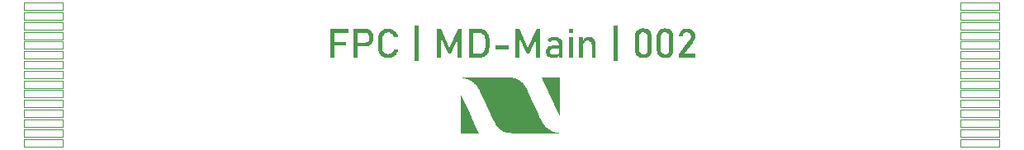
<source format=gbr>
%TF.GenerationSoftware,KiCad,Pcbnew,8.0.3*%
%TF.CreationDate,2024-11-15T18:21:39+09:00*%
%TF.ProjectId,FPC-MD-Main-002-20241115,4650432d-4d44-42d4-9d61-696e2d303032,rev?*%
%TF.SameCoordinates,Original*%
%TF.FileFunction,Legend,Top*%
%TF.FilePolarity,Positive*%
%FSLAX46Y46*%
G04 Gerber Fmt 4.6, Leading zero omitted, Abs format (unit mm)*
G04 Created by KiCad (PCBNEW 8.0.3) date 2024-11-15 18:21:39*
%MOMM*%
%LPD*%
G01*
G04 APERTURE LIST*
G04 Aperture macros list*
%AMRoundRect*
0 Rectangle with rounded corners*
0 $1 Rounding radius*
0 $2 $3 $4 $5 $6 $7 $8 $9 X,Y pos of 4 corners*
0 Add a 4 corners polygon primitive as box body*
4,1,4,$2,$3,$4,$5,$6,$7,$8,$9,$2,$3,0*
0 Add four circle primitives for the rounded corners*
1,1,$1+$1,$2,$3*
1,1,$1+$1,$4,$5*
1,1,$1+$1,$6,$7*
1,1,$1+$1,$8,$9*
0 Add four rect primitives between the rounded corners*
20,1,$1+$1,$2,$3,$4,$5,0*
20,1,$1+$1,$4,$5,$6,$7,0*
20,1,$1+$1,$6,$7,$8,$9,0*
20,1,$1+$1,$8,$9,$2,$3,0*%
G04 Aperture macros list end*
%ADD10C,0.000000*%
%ADD11C,0.100000*%
%ADD12RoundRect,0.000000X2.000000X-0.350000X2.000000X0.350000X-2.000000X0.350000X-2.000000X-0.350000X0*%
%ADD13RoundRect,0.000000X-2.000000X0.350000X-2.000000X-0.350000X2.000000X-0.350000X2.000000X0.350000X0*%
G04 APERTURE END LIST*
D10*
G36*
X43581648Y-3761992D02*
G01*
X44222998Y-5137825D01*
X44560607Y-5861196D01*
X44623048Y-5995075D01*
X42761440Y-5995075D01*
X42761440Y-4001175D01*
X42762829Y-2577452D01*
X42764342Y-2162999D01*
X42766203Y-2015742D01*
X43581648Y-3761992D01*
G37*
G36*
X52921440Y-2270800D02*
G01*
X52920870Y-3302716D01*
X52919655Y-3905065D01*
X52918665Y-4078529D01*
X52917348Y-4184655D01*
X52915646Y-4236794D01*
X52914633Y-4246790D01*
X52914083Y-4248500D01*
X52913503Y-4248296D01*
X52606586Y-3592658D01*
X52094882Y-2494637D01*
X51473111Y-1161137D01*
X51158786Y-487508D01*
X51121885Y-408555D01*
X51091780Y-343641D01*
X51071499Y-299464D01*
X51064065Y-282721D01*
X51336917Y-280803D01*
X51992753Y-280075D01*
X52921440Y-280075D01*
X52921440Y-2270800D01*
G37*
G36*
X46204430Y-281836D02*
G01*
X47211070Y-286094D01*
X47551473Y-289622D01*
X47800000Y-294222D01*
X47969201Y-300000D01*
X48071628Y-307062D01*
X48115719Y-312697D01*
X48161332Y-320612D01*
X48208250Y-330719D01*
X48256257Y-342930D01*
X48305139Y-357156D01*
X48354680Y-373309D01*
X48404665Y-391301D01*
X48454877Y-411044D01*
X48505101Y-432448D01*
X48555123Y-455425D01*
X48604726Y-479888D01*
X48653695Y-505748D01*
X48701814Y-532916D01*
X48748868Y-561304D01*
X48794642Y-590824D01*
X48838919Y-621388D01*
X48871115Y-644921D01*
X48902962Y-669233D01*
X48934382Y-694247D01*
X48965299Y-719887D01*
X48995636Y-746076D01*
X49025317Y-772736D01*
X49054265Y-799792D01*
X49082402Y-827167D01*
X49109653Y-854784D01*
X49135940Y-882565D01*
X49161187Y-910435D01*
X49185317Y-938317D01*
X49208253Y-966134D01*
X49229919Y-993808D01*
X49250237Y-1021264D01*
X49269132Y-1048425D01*
X49307608Y-1109091D01*
X49353501Y-1190457D01*
X49497996Y-1478241D01*
X49763539Y-2037686D01*
X50211048Y-2994700D01*
X50459625Y-3526737D01*
X50661369Y-3956039D01*
X50822435Y-4295114D01*
X50948972Y-4556469D01*
X51047132Y-4752613D01*
X51087493Y-4830140D01*
X51123067Y-4896054D01*
X51154623Y-4951919D01*
X51182929Y-4999298D01*
X51208755Y-5039755D01*
X51232869Y-5074854D01*
X51253465Y-5102915D01*
X51275495Y-5131466D01*
X51298857Y-5160399D01*
X51323448Y-5189609D01*
X51349164Y-5218989D01*
X51375902Y-5248434D01*
X51403560Y-5277837D01*
X51432034Y-5307092D01*
X51461222Y-5336093D01*
X51491019Y-5364733D01*
X51521323Y-5392907D01*
X51552031Y-5420507D01*
X51583040Y-5447429D01*
X51614247Y-5473566D01*
X51645548Y-5498811D01*
X51676841Y-5523058D01*
X51718852Y-5554234D01*
X51761508Y-5584441D01*
X51804762Y-5613654D01*
X51848563Y-5641848D01*
X51892864Y-5668997D01*
X51937615Y-5695076D01*
X51982768Y-5720058D01*
X52028273Y-5743919D01*
X52074082Y-5766633D01*
X52120146Y-5788174D01*
X52166417Y-5808517D01*
X52212844Y-5827635D01*
X52259381Y-5845504D01*
X52305977Y-5862098D01*
X52352584Y-5877392D01*
X52399152Y-5891359D01*
X52439804Y-5902753D01*
X52478304Y-5912963D01*
X52516271Y-5922342D01*
X52555323Y-5931244D01*
X52597078Y-5940022D01*
X52643156Y-5949029D01*
X52754752Y-5969146D01*
X52902919Y-5994546D01*
X50558711Y-5992429D01*
X48994420Y-5990403D01*
X48485879Y-5988569D01*
X48121832Y-5985748D01*
X47985109Y-5983866D01*
X47873846Y-5981613D01*
X47784491Y-5978950D01*
X47713489Y-5975835D01*
X47657286Y-5972227D01*
X47612329Y-5968084D01*
X47575062Y-5963367D01*
X47541932Y-5958033D01*
X47513625Y-5952646D01*
X47484347Y-5946237D01*
X47454218Y-5938851D01*
X47423357Y-5930533D01*
X47359924Y-5911283D01*
X47295009Y-5888845D01*
X47229574Y-5863579D01*
X47164578Y-5835845D01*
X47100984Y-5806003D01*
X47039752Y-5774413D01*
X46993004Y-5748176D01*
X46946704Y-5720338D01*
X46900977Y-5691013D01*
X46855950Y-5660311D01*
X46811747Y-5628344D01*
X46768495Y-5595224D01*
X46726318Y-5561061D01*
X46685343Y-5525969D01*
X46645695Y-5490058D01*
X46607500Y-5453440D01*
X46570883Y-5416227D01*
X46535969Y-5378530D01*
X46502885Y-5340461D01*
X46471756Y-5302131D01*
X46442708Y-5263653D01*
X46415865Y-5225138D01*
X46377327Y-5164154D01*
X46333282Y-5086818D01*
X46277976Y-4981292D01*
X46205654Y-4835737D01*
X45986942Y-4377189D01*
X45631111Y-3616471D01*
X45121457Y-2527247D01*
X44798732Y-1846408D01*
X44731180Y-1708635D01*
X44657180Y-1561783D01*
X44589926Y-1431699D01*
X44562953Y-1381022D01*
X44542615Y-1344229D01*
X44514833Y-1297204D01*
X44487739Y-1253874D01*
X44460583Y-1213223D01*
X44446747Y-1193585D01*
X44432615Y-1174234D01*
X44418091Y-1155045D01*
X44403084Y-1135890D01*
X44371239Y-1097174D01*
X44336332Y-1057069D01*
X44297611Y-1014558D01*
X44244913Y-959646D01*
X44190277Y-906475D01*
X44133812Y-855113D01*
X44075625Y-805628D01*
X44015827Y-758088D01*
X43954525Y-712558D01*
X43891827Y-669108D01*
X43827843Y-627804D01*
X43762681Y-588713D01*
X43696449Y-551904D01*
X43629255Y-517444D01*
X43561209Y-485400D01*
X43492419Y-455839D01*
X43422993Y-428830D01*
X43353041Y-404439D01*
X43282669Y-382733D01*
X43246317Y-372536D01*
X43209338Y-362865D01*
X43170909Y-353554D01*
X43130203Y-344435D01*
X43086397Y-335341D01*
X43038665Y-326104D01*
X42928128Y-306533D01*
X42779961Y-281133D01*
X44679669Y-280604D01*
X46204430Y-281836D01*
G37*
D11*
G36*
X29354990Y1755000D02*
G01*
X29354990Y4736472D01*
X29773378Y4736472D01*
X29773378Y1755000D01*
X29354990Y1755000D01*
G37*
G36*
X29560154Y3010163D02*
G01*
X29560154Y3408035D01*
X31005827Y3408035D01*
X31005827Y3010163D01*
X29560154Y3010163D01*
G37*
G36*
X29560154Y4339333D02*
G01*
X29560154Y4736472D01*
X31231507Y4736472D01*
X31231507Y4339333D01*
X29560154Y4339333D01*
G37*
G36*
X31959107Y2911978D02*
G01*
X31959107Y3309849D01*
X32912387Y3309849D01*
X33065659Y3333189D01*
X33200699Y3410526D01*
X33241382Y3451266D01*
X33322032Y3580679D01*
X33359985Y3725896D01*
X33365946Y3822027D01*
X33351227Y3971814D01*
X33301596Y4110334D01*
X33241382Y4197184D01*
X33117462Y4294356D01*
X32974515Y4335863D01*
X32912387Y4339333D01*
X31959107Y4339333D01*
X31959107Y4736472D01*
X32898465Y4736472D01*
X33045046Y4727488D01*
X33194997Y4696433D01*
X33344242Y4636652D01*
X33369609Y4622899D01*
X33497491Y4533995D01*
X33604074Y4423445D01*
X33682484Y4304162D01*
X33741604Y4168922D01*
X33778827Y4019657D01*
X33793607Y3873328D01*
X33794592Y3822027D01*
X33785724Y3672973D01*
X33755070Y3520274D01*
X33702519Y3381170D01*
X33682484Y3342090D01*
X33595265Y3211949D01*
X33486746Y3103626D01*
X33369609Y3024085D01*
X33223356Y2960259D01*
X33076124Y2925225D01*
X32915295Y2912087D01*
X32898465Y2911978D01*
X31959107Y2911978D01*
G37*
G36*
X31743685Y1755000D02*
G01*
X31743685Y4736472D01*
X32162073Y4736472D01*
X32162073Y1755000D01*
X31743685Y1755000D01*
G37*
G36*
X35293022Y1724225D02*
G01*
X35142126Y1732880D01*
X34983863Y1763309D01*
X34837771Y1815647D01*
X34747139Y1862711D01*
X34623948Y1949419D01*
X34517334Y2053747D01*
X34427297Y2175694D01*
X34384438Y2251057D01*
X34322099Y2398623D01*
X34283814Y2540887D01*
X34261649Y2693592D01*
X34255478Y2835774D01*
X34255478Y3654232D01*
X34263538Y3816989D01*
X34287718Y3968939D01*
X34328018Y4110081D01*
X34384438Y4240415D01*
X34465267Y4372448D01*
X34562672Y4486629D01*
X34676653Y4582958D01*
X34747139Y4628761D01*
X34885116Y4695705D01*
X35035264Y4740740D01*
X35197585Y4763866D01*
X35293022Y4767247D01*
X35450315Y4756442D01*
X35598879Y4724027D01*
X35738713Y4670003D01*
X35765632Y4656605D01*
X35892943Y4578795D01*
X36006516Y4483669D01*
X36106350Y4371227D01*
X36124669Y4346660D01*
X36205798Y4215900D01*
X36268753Y4071830D01*
X36309872Y3930788D01*
X36320307Y3881378D01*
X35891661Y3881378D01*
X35835510Y4023835D01*
X35761235Y4132704D01*
X35648819Y4238577D01*
X35547279Y4299766D01*
X35406243Y4348349D01*
X35293022Y4359849D01*
X35146982Y4344490D01*
X35004701Y4291396D01*
X34883457Y4200377D01*
X34851186Y4165676D01*
X34763087Y4032612D01*
X34711696Y3892052D01*
X34686735Y3731787D01*
X34684124Y3654232D01*
X34684124Y2835774D01*
X34694566Y2684603D01*
X34731274Y2533257D01*
X34803058Y2388342D01*
X34851186Y2325062D01*
X34966119Y2223439D01*
X35102089Y2159454D01*
X35259096Y2133107D01*
X35293022Y2132355D01*
X35447634Y2152671D01*
X35583698Y2207488D01*
X35660119Y2255453D01*
X35773394Y2363027D01*
X35849350Y2488429D01*
X35891661Y2610094D01*
X36320307Y2610094D01*
X36283979Y2465400D01*
X36226076Y2317137D01*
X36149712Y2182040D01*
X36123203Y2144078D01*
X36025873Y2028559D01*
X35915234Y1930213D01*
X35791286Y1849041D01*
X35764899Y1834867D01*
X35627198Y1776521D01*
X35480623Y1739784D01*
X35325176Y1724657D01*
X35293022Y1724225D01*
G37*
G36*
X38039288Y1402557D02*
G01*
X38039288Y5089647D01*
X38457676Y5089647D01*
X38457676Y1402557D01*
X38039288Y1402557D01*
G37*
G36*
X41586427Y2768363D02*
G01*
X42462771Y4736472D01*
X42854048Y4736472D01*
X42854048Y1755000D01*
X42445918Y1755000D01*
X42445918Y3988356D01*
X42466434Y3857198D01*
X41732240Y2168991D01*
X41441347Y2168991D01*
X40707153Y3816165D01*
X40727669Y3988356D01*
X40727669Y1755000D01*
X40319540Y1755000D01*
X40319540Y4736472D01*
X40710817Y4736472D01*
X41586427Y2768363D01*
G37*
G36*
X43873273Y1755000D02*
G01*
X43873273Y2152871D01*
X44548116Y2152871D01*
X44703729Y2163541D01*
X44856679Y2201054D01*
X44999160Y2274413D01*
X45059561Y2323597D01*
X45155388Y2444497D01*
X45215723Y2592875D01*
X45239680Y2749907D01*
X45241277Y2807198D01*
X45241277Y3685006D01*
X45229920Y3831964D01*
X45189992Y3976381D01*
X45111911Y4110877D01*
X45059561Y4167875D01*
X44931533Y4258292D01*
X44791592Y4311036D01*
X44628235Y4336654D01*
X44548116Y4339333D01*
X43873273Y4339333D01*
X43873273Y4736472D01*
X44535660Y4736472D01*
X44698881Y4729638D01*
X44850118Y4709138D01*
X45015780Y4666496D01*
X45164183Y4604174D01*
X45295327Y4522172D01*
X45373168Y4456570D01*
X45474019Y4343569D01*
X45554003Y4214494D01*
X45613123Y4069345D01*
X45651376Y3908122D01*
X45667315Y3761491D01*
X45669923Y3668154D01*
X45669923Y2823318D01*
X45661589Y2660286D01*
X45636584Y2509710D01*
X45588529Y2355201D01*
X45536567Y2245928D01*
X45451990Y2120489D01*
X45348287Y2012903D01*
X45225457Y1923168D01*
X45148953Y1881029D01*
X44997472Y1820106D01*
X44848613Y1782691D01*
X44686383Y1761030D01*
X44533461Y1755000D01*
X43873273Y1755000D01*
G37*
G36*
X43590440Y1755000D02*
G01*
X43590440Y4736472D01*
X44008828Y4736472D01*
X44008828Y1755000D01*
X43590440Y1755000D01*
G37*
G36*
X46304466Y3022620D02*
G01*
X47682729Y3022620D01*
X47682729Y2624748D01*
X46304466Y2624748D01*
X46304466Y3022620D01*
G37*
G36*
X49625925Y2768363D02*
G01*
X50502268Y4736472D01*
X50893545Y4736472D01*
X50893545Y1755000D01*
X50485415Y1755000D01*
X50485415Y3988356D01*
X50505932Y3857198D01*
X49771738Y2168991D01*
X49480845Y2168991D01*
X48746651Y3816165D01*
X48767167Y3988356D01*
X48767167Y1755000D01*
X48359037Y1755000D01*
X48359037Y4736472D01*
X48750314Y4736472D01*
X49625925Y2768363D01*
G37*
G36*
X52790579Y1755000D02*
G01*
X52790579Y3104685D01*
X52772077Y3259000D01*
X52704747Y3398887D01*
X52678472Y3429284D01*
X52553450Y3512382D01*
X52399577Y3544038D01*
X52361933Y3545055D01*
X52214177Y3531623D01*
X52114271Y3506953D01*
X51978873Y3450437D01*
X51896651Y3397777D01*
X51591103Y3606605D01*
X51702032Y3714315D01*
X51826968Y3794635D01*
X51909840Y3833018D01*
X52051047Y3879323D01*
X52202645Y3906408D01*
X52349477Y3914351D01*
X52515847Y3904428D01*
X52664896Y3874660D01*
X52814030Y3816339D01*
X52940540Y3732099D01*
X52968632Y3706988D01*
X53064803Y3593003D01*
X53133496Y3457677D01*
X53174712Y3301011D01*
X53188236Y3146422D01*
X53188451Y3123004D01*
X53188451Y1755000D01*
X52790579Y1755000D01*
G37*
G36*
X52269609Y1724225D02*
G01*
X52107502Y1731974D01*
X51945248Y1759806D01*
X51792054Y1815312D01*
X51681961Y1886158D01*
X51578792Y2004182D01*
X51518611Y2139157D01*
X51489379Y2301375D01*
X51486323Y2382215D01*
X51497542Y2531142D01*
X51536987Y2674600D01*
X51614124Y2804086D01*
X51665841Y2857023D01*
X51795500Y2939713D01*
X51942048Y2987948D01*
X52096059Y3009999D01*
X52203664Y3013827D01*
X52808898Y3013827D01*
X52837474Y2677505D01*
X52205862Y2677505D01*
X52056349Y2657032D01*
X51961863Y2604965D01*
X51889495Y2476306D01*
X51879798Y2382215D01*
X51910404Y2233943D01*
X51988242Y2142613D01*
X52124529Y2084361D01*
X52275188Y2065626D01*
X52315039Y2064944D01*
X52464228Y2071004D01*
X52613532Y2096249D01*
X52671145Y2116235D01*
X52781132Y2219491D01*
X52790579Y2275969D01*
X52833810Y1976284D01*
X52735442Y1864588D01*
X52696057Y1834867D01*
X52559770Y1767685D01*
X52508479Y1752069D01*
X52358002Y1727515D01*
X52269609Y1724225D01*
G37*
G36*
X53822261Y4318817D02*
G01*
X53822261Y4736472D01*
X54240649Y4736472D01*
X54240649Y4318817D01*
X53822261Y4318817D01*
G37*
G36*
X53822261Y1755000D02*
G01*
X53822261Y3883576D01*
X54240649Y3883576D01*
X54240649Y1755000D01*
X53822261Y1755000D01*
G37*
G36*
X54874459Y1755000D02*
G01*
X54874459Y3883576D01*
X55292847Y3883576D01*
X55292847Y1755000D01*
X54874459Y1755000D01*
G37*
G36*
X56166260Y1755000D02*
G01*
X56166260Y3044602D01*
X56149979Y3199436D01*
X56089833Y3343612D01*
X56050489Y3393381D01*
X55920540Y3481737D01*
X55773277Y3514556D01*
X55721494Y3516479D01*
X55570156Y3498581D01*
X55433703Y3433452D01*
X55404222Y3408035D01*
X55320691Y3277426D01*
X55293282Y3126779D01*
X55292847Y3102487D01*
X55249616Y3512815D01*
X55331808Y3644878D01*
X55440151Y3759807D01*
X55506804Y3809570D01*
X55641556Y3877411D01*
X55787433Y3910667D01*
X55858514Y3914351D01*
X56022004Y3900200D01*
X56165893Y3857747D01*
X56304340Y3776159D01*
X56394871Y3687937D01*
X56477898Y3562961D01*
X56537204Y3414446D01*
X56569636Y3265187D01*
X56583906Y3097905D01*
X56584648Y3046800D01*
X56584648Y1755000D01*
X56166260Y1755000D01*
G37*
G36*
X58385695Y1402557D02*
G01*
X58385695Y5089647D01*
X58804082Y5089647D01*
X58804082Y1402557D01*
X58385695Y1402557D01*
G37*
G36*
X61606297Y4765933D02*
G01*
X61764142Y4736716D01*
X61902002Y4685971D01*
X62035083Y4601616D01*
X62091835Y4548893D01*
X62185762Y4425932D01*
X62252853Y4281264D01*
X62289543Y4136873D01*
X62305686Y3975863D01*
X62306525Y3926807D01*
X62306525Y2571259D01*
X62296252Y2406286D01*
X62265432Y2257583D01*
X62205051Y2107556D01*
X62117833Y1978779D01*
X62091835Y1949905D01*
X61971805Y1851170D01*
X61825672Y1780645D01*
X61676392Y1742077D01*
X61507127Y1725106D01*
X61455094Y1724225D01*
X61302698Y1732262D01*
X61143917Y1761955D01*
X61005611Y1813526D01*
X60872621Y1899255D01*
X60816155Y1952836D01*
X60723511Y2077217D01*
X60657336Y2221748D01*
X60621147Y2364741D01*
X60605224Y2523162D01*
X60604397Y2571259D01*
X60604397Y3926807D01*
X61022785Y3926807D01*
X61022785Y2571259D01*
X61039473Y2415745D01*
X61100202Y2272970D01*
X61123901Y2241531D01*
X61247399Y2155804D01*
X61399750Y2123963D01*
X61455094Y2122096D01*
X61609517Y2138892D01*
X61743835Y2200942D01*
X61786288Y2241531D01*
X61859392Y2373830D01*
X61886546Y2520266D01*
X61888137Y2571259D01*
X61888137Y3926807D01*
X61871328Y4083028D01*
X61810159Y4225417D01*
X61786288Y4256535D01*
X61663155Y4342262D01*
X61510599Y4374103D01*
X61455094Y4375969D01*
X61301015Y4359174D01*
X61166577Y4297124D01*
X61123901Y4256535D01*
X61051322Y4124966D01*
X61024364Y3978121D01*
X61022785Y3926807D01*
X60604397Y3926807D01*
X60614705Y4091780D01*
X60645630Y4240483D01*
X60706217Y4390510D01*
X60793732Y4519287D01*
X60819819Y4548161D01*
X60940307Y4646896D01*
X61086349Y4717421D01*
X61235098Y4755989D01*
X61403411Y4772960D01*
X61455094Y4773841D01*
X61606297Y4765933D01*
G37*
G36*
X63839653Y4765933D02*
G01*
X63997499Y4736716D01*
X64135358Y4685971D01*
X64268440Y4601616D01*
X64325192Y4548893D01*
X64419119Y4425932D01*
X64486209Y4281264D01*
X64522899Y4136873D01*
X64539043Y3975863D01*
X64539882Y3926807D01*
X64539882Y2571259D01*
X64529608Y2406286D01*
X64498789Y2257583D01*
X64438407Y2107556D01*
X64351190Y1978779D01*
X64325192Y1949905D01*
X64205162Y1851170D01*
X64059028Y1780645D01*
X63909749Y1742077D01*
X63740483Y1725106D01*
X63688451Y1724225D01*
X63536055Y1732262D01*
X63377273Y1761955D01*
X63238968Y1813526D01*
X63105978Y1899255D01*
X63049512Y1952836D01*
X62956867Y2077217D01*
X62890693Y2221748D01*
X62854504Y2364741D01*
X62838580Y2523162D01*
X62837753Y2571259D01*
X62837753Y3926807D01*
X63256141Y3926807D01*
X63256141Y2571259D01*
X63272829Y2415745D01*
X63333558Y2272970D01*
X63357258Y2241531D01*
X63480755Y2155804D01*
X63633107Y2123963D01*
X63688451Y2122096D01*
X63842873Y2138892D01*
X63977192Y2200942D01*
X64019644Y2241531D01*
X64092749Y2373830D01*
X64119902Y2520266D01*
X64121494Y2571259D01*
X64121494Y3926807D01*
X64104684Y4083028D01*
X64043515Y4225417D01*
X64019644Y4256535D01*
X63896512Y4342262D01*
X63743955Y4374103D01*
X63688451Y4375969D01*
X63534372Y4359174D01*
X63399933Y4297124D01*
X63357258Y4256535D01*
X63284679Y4124966D01*
X63257721Y3978121D01*
X63256141Y3926807D01*
X62837753Y3926807D01*
X62848061Y4091780D01*
X62878986Y4240483D01*
X62939574Y4390510D01*
X63027089Y4519287D01*
X63053175Y4548161D01*
X63173663Y4646896D01*
X63319705Y4717421D01*
X63468454Y4755989D01*
X63636768Y4772960D01*
X63688451Y4773841D01*
X63839653Y4765933D01*
G37*
G36*
X65107746Y1755000D02*
G01*
X65107746Y2117700D01*
X66147488Y3504023D01*
X66232079Y3632990D01*
X66288172Y3750219D01*
X66330386Y3896453D01*
X66338730Y3990554D01*
X66338730Y3994218D01*
X66315707Y4144120D01*
X66233950Y4271189D01*
X66107188Y4345378D01*
X65960207Y4369721D01*
X65936462Y4370108D01*
X65791365Y4349491D01*
X65656451Y4275440D01*
X65641905Y4262397D01*
X65554912Y4141775D01*
X65508870Y3993753D01*
X65503420Y3957581D01*
X65503420Y3955383D01*
X65071110Y3955383D01*
X65071110Y3957581D01*
X65103322Y4117891D01*
X65151873Y4261581D01*
X65227367Y4405448D01*
X65324202Y4527607D01*
X65351745Y4554755D01*
X65472645Y4647720D01*
X65609665Y4714124D01*
X65762805Y4753966D01*
X65910027Y4767039D01*
X65932066Y4767247D01*
X66099292Y4757534D01*
X66248988Y4728398D01*
X66398602Y4671313D01*
X66525318Y4588859D01*
X66553420Y4564281D01*
X66649590Y4452311D01*
X66718283Y4319366D01*
X66759499Y4165447D01*
X66773023Y4013563D01*
X66773238Y3990554D01*
X66773238Y3988356D01*
X66758748Y3836598D01*
X66719078Y3688855D01*
X66707293Y3656430D01*
X66645721Y3518469D01*
X66566978Y3385587D01*
X66524843Y3325969D01*
X65661689Y2152871D01*
X66789358Y2152871D01*
X66789358Y1755000D01*
X65107746Y1755000D01*
G37*
D12*
%TO.C,J2*%
X96000000Y7000000D03*
X96000000Y6000000D03*
X96000000Y5000000D03*
X96000000Y4000000D03*
X96000000Y3000000D03*
X96000000Y2000000D03*
X96000000Y1000000D03*
X96000000Y0D03*
X96000000Y-1000000D03*
X96000000Y-2000000D03*
X96000000Y-3000000D03*
X96000000Y-4000000D03*
X96000000Y-5000000D03*
X96000000Y-6000000D03*
X96000000Y-7000000D03*
%TD*%
D13*
%TO.C,J1*%
X0Y-7000000D03*
X0Y-6000000D03*
X0Y-5000000D03*
X0Y-4000000D03*
X0Y-3000000D03*
X0Y-2000000D03*
X0Y-1000000D03*
X0Y0D03*
X0Y1000000D03*
X0Y2000000D03*
X0Y3000000D03*
X0Y4000000D03*
X0Y5000000D03*
X0Y6000000D03*
X0Y7000000D03*
%TD*%
%LPC*%
%TO.C,J2*%
X96000000Y7000000D03*
X96000000Y6000000D03*
X96000000Y5000000D03*
X96000000Y4000000D03*
X96000000Y3000000D03*
X96000000Y2000000D03*
X96000000Y1000000D03*
X96000000Y0D03*
X96000000Y-1000000D03*
X96000000Y-2000000D03*
X96000000Y-3000000D03*
X96000000Y-4000000D03*
X96000000Y-5000000D03*
X96000000Y-6000000D03*
X96000000Y-7000000D03*
%TD*%
D12*
%TO.C,J1*%
X0Y-7000000D03*
X0Y-6000000D03*
X0Y-5000000D03*
X0Y-4000000D03*
X0Y-3000000D03*
X0Y-2000000D03*
X0Y-1000000D03*
X0Y0D03*
X0Y1000000D03*
X0Y2000000D03*
X0Y3000000D03*
X0Y4000000D03*
X0Y5000000D03*
X0Y6000000D03*
X0Y7000000D03*
%TD*%
%LPD*%
M02*

</source>
